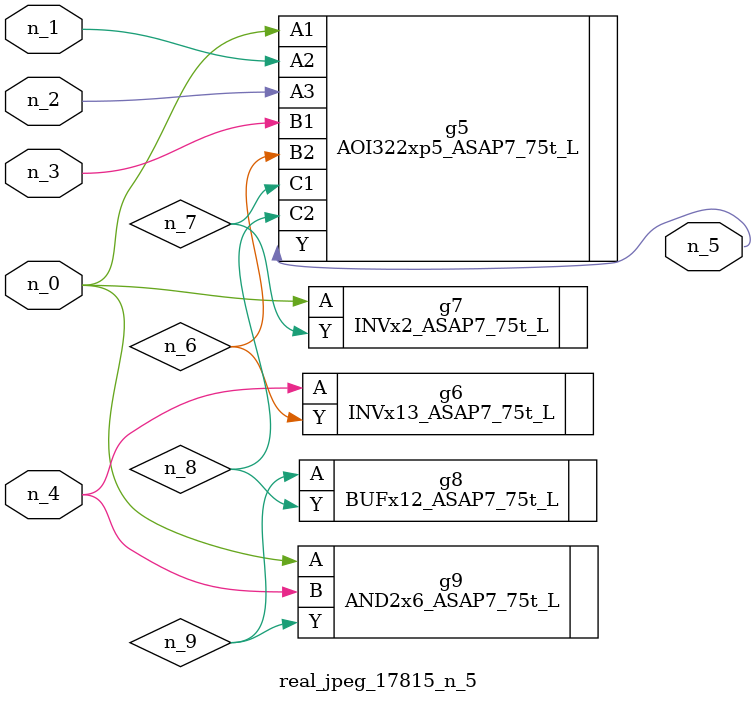
<source format=v>
module real_jpeg_17815_n_5 (n_4, n_0, n_1, n_2, n_3, n_5);

input n_4;
input n_0;
input n_1;
input n_2;
input n_3;

output n_5;

wire n_8;
wire n_6;
wire n_7;
wire n_9;

AOI322xp5_ASAP7_75t_L g5 ( 
.A1(n_0),
.A2(n_1),
.A3(n_2),
.B1(n_3),
.B2(n_6),
.C1(n_7),
.C2(n_8),
.Y(n_5)
);

INVx2_ASAP7_75t_L g7 ( 
.A(n_0),
.Y(n_7)
);

AND2x6_ASAP7_75t_L g9 ( 
.A(n_0),
.B(n_4),
.Y(n_9)
);

INVx13_ASAP7_75t_L g6 ( 
.A(n_4),
.Y(n_6)
);

BUFx12_ASAP7_75t_L g8 ( 
.A(n_9),
.Y(n_8)
);


endmodule
</source>
